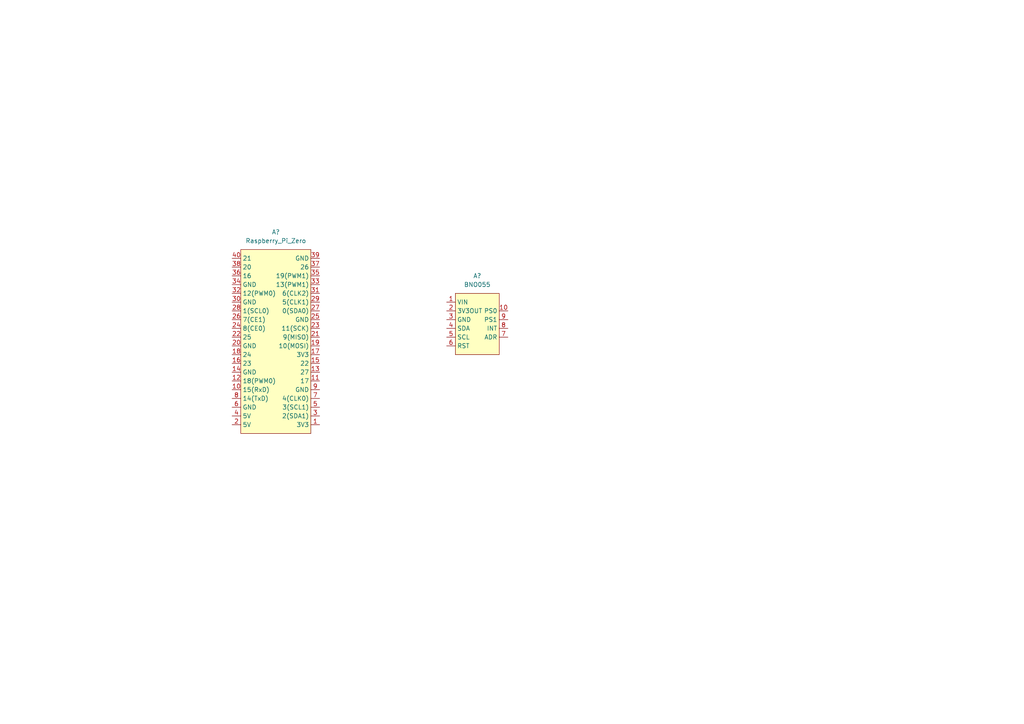
<source format=kicad_sch>
(kicad_sch (version 20211123) (generator eeschema)
  (paper "A4")
  (lib_symbols
    (symbol "iridium-bus:BNO055"
      (property "Reference" "A" (at 0 1.27 0))
      (property "Value" "BNO055" (at 0 3.81 0))
      (symbol "BNO055_0_1"
        (rectangle (start -6.35 0) (end 6.35 -17.78) (fill (type background)))
      )
      (symbol "BNO055_1_1"
        (pin input line (at -8.89 -2.54 0) (length 2.54) (name "VIN") (number "1"))
        (pin input line (at 8.89 -5.08 180) (length 2.54) (name "PS0") (number "10"))
        (pin input line (at -8.89 -5.08 0) (length 2.54) (name "3V3OUT") (number "2"))
        (pin input line (at -8.89 -7.62 0) (length 2.54) (name "GND") (number "3"))
        (pin input line (at -8.89 -10.16 0) (length 2.54) (name "SDA") (number "4"))
        (pin input line (at -8.89 -12.7 0) (length 2.54) (name "SCL") (number "5"))
        (pin input line (at -8.89 -15.24 0) (length 2.54) (name "RST") (number "6"))
        (pin input line (at 8.89 -12.7 180) (length 2.54) (name "ADR") (number "7"))
        (pin input line (at 8.89 -10.16 180) (length 2.54) (name "INT") (number "8"))
        (pin input line (at 8.89 -7.62 180) (length 2.54) (name "PS1") (number "9"))
      )
    )
    (symbol "iridium-bus:Raspberry_Pi_Zero"
      (property "Reference" "A" (at 0 1.27 0))
      (property "Value" "Raspberry_Pi_Zero" (at 0 3.81 0))
      (symbol "Raspberry_Pi_Zero_0_1"
        (rectangle (start -10.16 0) (end 10.16 -53.34) (fill (type background)))
      )
      (symbol "Raspberry_Pi_Zero_1_1"
        (pin input line (at 12.7 -50.8 180) (length 2.54) (name "3V3") (number "1"))
        (pin input line (at -12.7 -40.64 0) (length 2.54) (name "15(RxD)") (number "10"))
        (pin input line (at 12.7 -38.1 180) (length 2.54) (name "17") (number "11"))
        (pin input line (at -12.7 -38.1 0) (length 2.54) (name "18(PWM0)") (number "12"))
        (pin input line (at 12.7 -35.56 180) (length 2.54) (name "27") (number "13"))
        (pin input line (at -12.7 -35.56 0) (length 2.54) (name "GND") (number "14"))
        (pin input line (at 12.7 -33.02 180) (length 2.54) (name "22") (number "15"))
        (pin input line (at -12.7 -33.02 0) (length 2.54) (name "23") (number "16"))
        (pin input line (at 12.7 -30.48 180) (length 2.54) (name "3V3") (number "17"))
        (pin input line (at -12.7 -30.48 0) (length 2.54) (name "24") (number "18"))
        (pin input line (at 12.7 -27.94 180) (length 2.54) (name "10(MOSI)") (number "19"))
        (pin input line (at -12.7 -50.8 0) (length 2.54) (name "5V") (number "2"))
        (pin input line (at -12.7 -27.94 0) (length 2.54) (name "GND") (number "20"))
        (pin input line (at 12.7 -25.4 180) (length 2.54) (name "9(MISO)") (number "21"))
        (pin input line (at -12.7 -25.4 0) (length 2.54) (name "25") (number "22"))
        (pin input line (at 12.7 -22.86 180) (length 2.54) (name "11(SCK)") (number "23"))
        (pin input line (at -12.7 -22.86 0) (length 2.54) (name "8(CE0)") (number "24"))
        (pin input line (at 12.7 -20.32 180) (length 2.54) (name "GND") (number "25"))
        (pin input line (at -12.7 -20.32 0) (length 2.54) (name "7(CE1)") (number "26"))
        (pin input line (at 12.7 -17.78 180) (length 2.54) (name "0(SDA0)") (number "27"))
        (pin input line (at -12.7 -17.78 0) (length 2.54) (name "1(SCL0)") (number "28"))
        (pin input line (at 12.7 -15.24 180) (length 2.54) (name "5(CLK1)") (number "29"))
        (pin input line (at 12.7 -48.26 180) (length 2.54) (name "2(SDA1)") (number "3"))
        (pin input line (at -12.7 -15.24 0) (length 2.54) (name "GND") (number "30"))
        (pin input line (at 12.7 -12.7 180) (length 2.54) (name "6(CLK2)") (number "31"))
        (pin input line (at -12.7 -12.7 0) (length 2.54) (name "12(PWM0)") (number "32"))
        (pin input line (at 12.7 -10.16 180) (length 2.54) (name "13(PWM1)") (number "33"))
        (pin input line (at -12.7 -10.16 0) (length 2.54) (name "GND") (number "34"))
        (pin input line (at 12.7 -7.62 180) (length 2.54) (name "19(PWM1)") (number "35"))
        (pin input line (at -12.7 -7.62 0) (length 2.54) (name "16") (number "36"))
        (pin input line (at 12.7 -5.08 180) (length 2.54) (name "26") (number "37"))
        (pin input line (at -12.7 -5.08 0) (length 2.54) (name "20") (number "38"))
        (pin input line (at 12.7 -2.54 180) (length 2.54) (name "GND") (number "39"))
        (pin input line (at -12.7 -48.26 0) (length 2.54) (name "5V") (number "4"))
        (pin input line (at -12.7 -2.54 0) (length 2.54) (name "21") (number "40"))
        (pin input line (at 12.7 -45.72 180) (length 2.54) (name "3(SCL1)") (number "5"))
        (pin input line (at -12.7 -45.72 0) (length 2.54) (name "GND") (number "6"))
        (pin input line (at 12.7 -43.18 180) (length 2.54) (name "4(CLK0)") (number "7"))
        (pin input line (at -12.7 -43.18 0) (length 2.54) (name "14(TxD)") (number "8"))
        (pin input line (at 12.7 -40.64 180) (length 2.54) (name "GND") (number "9"))
      )
    )
  )
  (symbol (lib_id "iridium-bus:Raspberry_Pi_Zero") (at 80.01 72.39 0) (unit 1)
    (property "Reference" "A?" (at 80.01 67.31 0))
    (property "Value" "Raspberry_Pi_Zero" (at 80.01 69.85 0))
  )
  (symbol (lib_id "iridium-bus:BNO055") (at 138.43 85.09 0) (unit 1)
    (property "Reference" "A?" (at 138.43 80.01 0))
    (property "Value" "BNO055" (at 138.43 82.55 0))
  )
)
</source>
